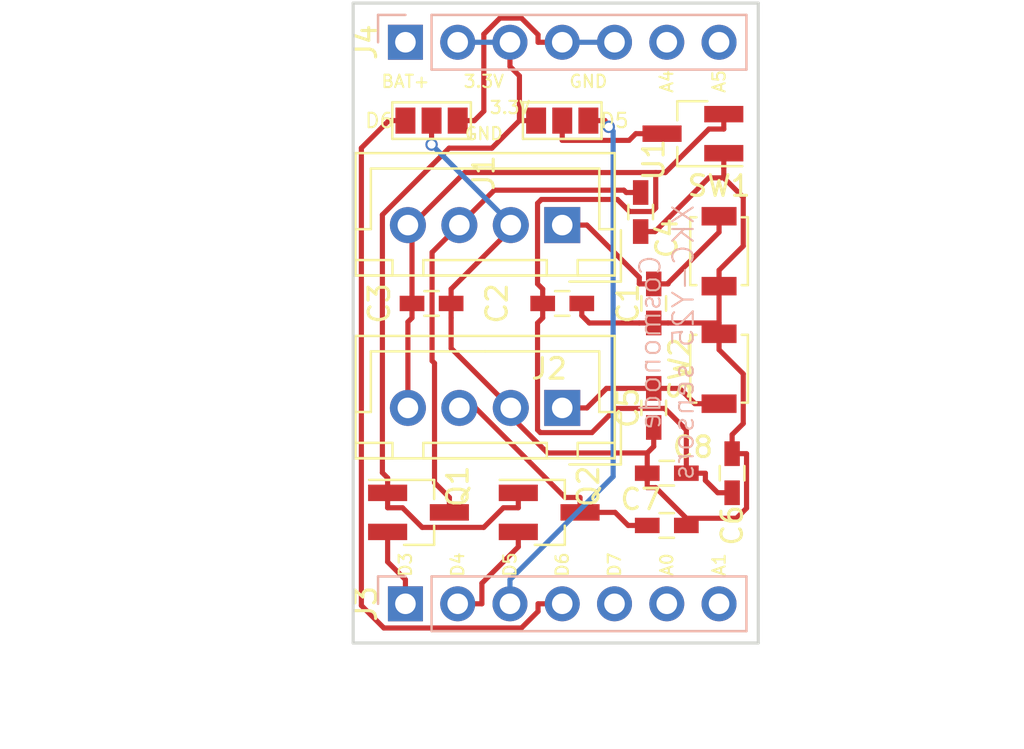
<source format=kicad_pcb>
(kicad_pcb (version 4) (host pcbnew 4.0.7-e1-6374~58~ubuntu16.04.1)

  (general
    (links 38)
    (no_connects 0)
    (area 146.609999 103.429999 166.445001 134.695001)
    (thickness 1.6)
    (drawings 28)
    (tracks 165)
    (zones 0)
    (modules 19)
    (nets 20)
  )

  (page A4)
  (layers
    (0 F.Cu signal)
    (31 B.Cu signal)
    (32 B.Adhes user)
    (33 F.Adhes user)
    (34 B.Paste user)
    (35 F.Paste user)
    (36 B.SilkS user)
    (37 F.SilkS user)
    (38 B.Mask user)
    (39 F.Mask user)
    (40 Dwgs.User user)
    (41 Cmts.User user)
    (42 Eco1.User user)
    (43 Eco2.User user)
    (44 Edge.Cuts user)
    (45 Margin user)
    (46 B.CrtYd user)
    (47 F.CrtYd user)
    (48 B.Fab user)
    (49 F.Fab user)
  )

  (setup
    (last_trace_width 0.25)
    (trace_clearance 0.2)
    (zone_clearance 0.508)
    (zone_45_only yes)
    (trace_min 0.2)
    (segment_width 0.2)
    (edge_width 0.15)
    (via_size 0.6)
    (via_drill 0.4)
    (via_min_size 0.4)
    (via_min_drill 0.3)
    (uvia_size 0.3)
    (uvia_drill 0.1)
    (uvias_allowed no)
    (uvia_min_size 0.2)
    (uvia_min_drill 0.1)
    (pcb_text_width 0.3)
    (pcb_text_size 1.5 1.5)
    (mod_edge_width 0.15)
    (mod_text_size 1 1)
    (mod_text_width 0.15)
    (pad_size 1.524 1.524)
    (pad_drill 0.762)
    (pad_to_mask_clearance 0.2)
    (aux_axis_origin 0 0)
    (visible_elements FFFFFF7F)
    (pcbplotparams
      (layerselection 0x010f0_80000001)
      (usegerberextensions true)
      (excludeedgelayer true)
      (linewidth 0.100000)
      (plotframeref false)
      (viasonmask false)
      (mode 1)
      (useauxorigin false)
      (hpglpennumber 1)
      (hpglpenspeed 20)
      (hpglpendiameter 15)
      (hpglpenoverlay 2)
      (psnegative false)
      (psa4output false)
      (plotreference true)
      (plotvalue true)
      (plotinvisibletext false)
      (padsonsilk false)
      (subtractmaskfromsilk false)
      (outputformat 1)
      (mirror false)
      (drillshape 0)
      (scaleselection 1)
      (outputdirectory /home/ed/Kicad/Cosmonode_ext_02/gerber/))
  )

  (net 0 "")
  (net 1 "Net-(C1-Pad1)")
  (net 2 "Net-(C1-Pad2)")
  (net 3 +5V)
  (net 4 /D3_5V)
  (net 5 "Net-(C5-Pad2)")
  (net 6 /D4_5V)
  (net 7 /D3)
  (net 8 /D4)
  (net 9 /D5)
  (net 10 /D6)
  (net 11 /D7)
  (net 12 /A0)
  (net 13 /A1)
  (net 14 /BAT+)
  (net 15 +3V3)
  (net 16 GND)
  (net 17 /A4)
  (net 18 /A5)
  (net 19 "Net-(J5-Pad2)")

  (net_class Default "Ceci est la Netclass par défaut"
    (clearance 0.2)
    (trace_width 0.25)
    (via_dia 0.6)
    (via_drill 0.4)
    (uvia_dia 0.3)
    (uvia_drill 0.1)
    (add_net +3V3)
    (add_net +5V)
    (add_net /A0)
    (add_net /A1)
    (add_net /A4)
    (add_net /A5)
    (add_net /BAT+)
    (add_net /D3)
    (add_net /D3_5V)
    (add_net /D4)
    (add_net /D4_5V)
    (add_net /D5)
    (add_net /D6)
    (add_net /D7)
    (add_net GND)
    (add_net "Net-(C1-Pad1)")
    (add_net "Net-(C1-Pad2)")
    (add_net "Net-(C5-Pad2)")
    (add_net "Net-(J5-Pad2)")
  )

  (module Capacitors_SMD:C_0603_HandSoldering (layer F.Cu) (tedit 58AA848B) (tstamp 59807550)
    (at 161.29 118.11 90)
    (descr "Capacitor SMD 0603, hand soldering")
    (tags "capacitor 0603")
    (path /598082BB)
    (attr smd)
    (fp_text reference C1 (at 0 -1.25 90) (layer F.SilkS)
      (effects (font (size 1 1) (thickness 0.15)))
    )
    (fp_text value 100nF (at 0 1.5 90) (layer F.Fab)
      (effects (font (size 1 1) (thickness 0.15)))
    )
    (fp_text user %R (at 0 -1.25 90) (layer F.Fab)
      (effects (font (size 1 1) (thickness 0.15)))
    )
    (fp_line (start -0.8 0.4) (end -0.8 -0.4) (layer F.Fab) (width 0.1))
    (fp_line (start 0.8 0.4) (end -0.8 0.4) (layer F.Fab) (width 0.1))
    (fp_line (start 0.8 -0.4) (end 0.8 0.4) (layer F.Fab) (width 0.1))
    (fp_line (start -0.8 -0.4) (end 0.8 -0.4) (layer F.Fab) (width 0.1))
    (fp_line (start -0.35 -0.6) (end 0.35 -0.6) (layer F.SilkS) (width 0.12))
    (fp_line (start 0.35 0.6) (end -0.35 0.6) (layer F.SilkS) (width 0.12))
    (fp_line (start -1.8 -0.65) (end 1.8 -0.65) (layer F.CrtYd) (width 0.05))
    (fp_line (start -1.8 -0.65) (end -1.8 0.65) (layer F.CrtYd) (width 0.05))
    (fp_line (start 1.8 0.65) (end 1.8 -0.65) (layer F.CrtYd) (width 0.05))
    (fp_line (start 1.8 0.65) (end -1.8 0.65) (layer F.CrtYd) (width 0.05))
    (pad 1 smd rect (at -0.95 0 90) (size 1.2 0.75) (layers F.Cu F.Paste F.Mask)
      (net 1 "Net-(C1-Pad1)"))
    (pad 2 smd rect (at 0.95 0 90) (size 1.2 0.75) (layers F.Cu F.Paste F.Mask)
      (net 2 "Net-(C1-Pad2)"))
    (model Capacitors_SMD.3dshapes/C_0603.wrl
      (at (xyz 0 0 0))
      (scale (xyz 1 1 1))
      (rotate (xyz 0 0 0))
    )
  )

  (module Capacitors_SMD:C_0603_HandSoldering (layer F.Cu) (tedit 5980A12A) (tstamp 59807556)
    (at 156.845 118.11)
    (descr "Capacitor SMD 0603, hand soldering")
    (tags "capacitor 0603")
    (path /59808564)
    (attr smd)
    (fp_text reference C2 (at -3.175 0 90) (layer F.SilkS)
      (effects (font (size 1 1) (thickness 0.15)))
    )
    (fp_text value 10uF (at 0 1.5) (layer F.Fab)
      (effects (font (size 1 1) (thickness 0.15)))
    )
    (fp_text user %R (at -3.175 0 90) (layer F.Fab)
      (effects (font (size 1 1) (thickness 0.15)))
    )
    (fp_line (start -0.8 0.4) (end -0.8 -0.4) (layer F.Fab) (width 0.1))
    (fp_line (start 0.8 0.4) (end -0.8 0.4) (layer F.Fab) (width 0.1))
    (fp_line (start 0.8 -0.4) (end 0.8 0.4) (layer F.Fab) (width 0.1))
    (fp_line (start -0.8 -0.4) (end 0.8 -0.4) (layer F.Fab) (width 0.1))
    (fp_line (start -0.35 -0.6) (end 0.35 -0.6) (layer F.SilkS) (width 0.12))
    (fp_line (start 0.35 0.6) (end -0.35 0.6) (layer F.SilkS) (width 0.12))
    (fp_line (start -1.8 -0.65) (end 1.8 -0.65) (layer F.CrtYd) (width 0.05))
    (fp_line (start -1.8 -0.65) (end -1.8 0.65) (layer F.CrtYd) (width 0.05))
    (fp_line (start 1.8 0.65) (end 1.8 -0.65) (layer F.CrtYd) (width 0.05))
    (fp_line (start 1.8 0.65) (end -1.8 0.65) (layer F.CrtYd) (width 0.05))
    (pad 1 smd rect (at -0.95 0) (size 1.2 0.75) (layers F.Cu F.Paste F.Mask)
      (net 3 +5V))
    (pad 2 smd rect (at 0.95 0) (size 1.2 0.75) (layers F.Cu F.Paste F.Mask)
      (net 1 "Net-(C1-Pad1)"))
    (model Capacitors_SMD.3dshapes/C_0603.wrl
      (at (xyz 0 0 0))
      (scale (xyz 1 1 1))
      (rotate (xyz 0 0 0))
    )
  )

  (module Capacitors_SMD:C_0603_HandSoldering (layer F.Cu) (tedit 5980A138) (tstamp 5980755C)
    (at 150.495 118.11)
    (descr "Capacitor SMD 0603, hand soldering")
    (tags "capacitor 0603")
    (path /5980851E)
    (attr smd)
    (fp_text reference C3 (at -2.54 0 90) (layer F.SilkS)
      (effects (font (size 1 1) (thickness 0.15)))
    )
    (fp_text value 100nF (at 0 1.5) (layer F.Fab)
      (effects (font (size 1 1) (thickness 0.15)))
    )
    (fp_text user %R (at -2.54 0 90) (layer F.Fab)
      (effects (font (size 1 1) (thickness 0.15)))
    )
    (fp_line (start -0.8 0.4) (end -0.8 -0.4) (layer F.Fab) (width 0.1))
    (fp_line (start 0.8 0.4) (end -0.8 0.4) (layer F.Fab) (width 0.1))
    (fp_line (start 0.8 -0.4) (end 0.8 0.4) (layer F.Fab) (width 0.1))
    (fp_line (start -0.8 -0.4) (end 0.8 -0.4) (layer F.Fab) (width 0.1))
    (fp_line (start -0.35 -0.6) (end 0.35 -0.6) (layer F.SilkS) (width 0.12))
    (fp_line (start 0.35 0.6) (end -0.35 0.6) (layer F.SilkS) (width 0.12))
    (fp_line (start -1.8 -0.65) (end 1.8 -0.65) (layer F.CrtYd) (width 0.05))
    (fp_line (start -1.8 -0.65) (end -1.8 0.65) (layer F.CrtYd) (width 0.05))
    (fp_line (start 1.8 0.65) (end 1.8 -0.65) (layer F.CrtYd) (width 0.05))
    (fp_line (start 1.8 0.65) (end -1.8 0.65) (layer F.CrtYd) (width 0.05))
    (pad 1 smd rect (at -0.95 0) (size 1.2 0.75) (layers F.Cu F.Paste F.Mask)
      (net 3 +5V))
    (pad 2 smd rect (at 0.95 0) (size 1.2 0.75) (layers F.Cu F.Paste F.Mask)
      (net 1 "Net-(C1-Pad1)"))
    (model Capacitors_SMD.3dshapes/C_0603.wrl
      (at (xyz 0 0 0))
      (scale (xyz 1 1 1))
      (rotate (xyz 0 0 0))
    )
  )

  (module Capacitors_SMD:C_0603_HandSoldering (layer F.Cu) (tedit 59808B30) (tstamp 59807562)
    (at 160.655 113.665 270)
    (descr "Capacitor SMD 0603, hand soldering")
    (tags "capacitor 0603")
    (path /598084E3)
    (attr smd)
    (fp_text reference C4 (at 1.27 -1.27 270) (layer F.SilkS)
      (effects (font (size 1 1) (thickness 0.15)))
    )
    (fp_text value 100nF (at 0 1.5 270) (layer F.Fab)
      (effects (font (size 1 1) (thickness 0.15)))
    )
    (fp_text user %R (at 1.27 -1.27 270) (layer F.Fab)
      (effects (font (size 1 1) (thickness 0.15)))
    )
    (fp_line (start -0.8 0.4) (end -0.8 -0.4) (layer F.Fab) (width 0.1))
    (fp_line (start 0.8 0.4) (end -0.8 0.4) (layer F.Fab) (width 0.1))
    (fp_line (start 0.8 -0.4) (end 0.8 0.4) (layer F.Fab) (width 0.1))
    (fp_line (start -0.8 -0.4) (end 0.8 -0.4) (layer F.Fab) (width 0.1))
    (fp_line (start -0.35 -0.6) (end 0.35 -0.6) (layer F.SilkS) (width 0.12))
    (fp_line (start 0.35 0.6) (end -0.35 0.6) (layer F.SilkS) (width 0.12))
    (fp_line (start -1.8 -0.65) (end 1.8 -0.65) (layer F.CrtYd) (width 0.05))
    (fp_line (start -1.8 -0.65) (end -1.8 0.65) (layer F.CrtYd) (width 0.05))
    (fp_line (start 1.8 0.65) (end 1.8 -0.65) (layer F.CrtYd) (width 0.05))
    (fp_line (start 1.8 0.65) (end -1.8 0.65) (layer F.CrtYd) (width 0.05))
    (pad 1 smd rect (at -0.95 0 270) (size 1.2 0.75) (layers F.Cu F.Paste F.Mask)
      (net 4 /D3_5V))
    (pad 2 smd rect (at 0.95 0 270) (size 1.2 0.75) (layers F.Cu F.Paste F.Mask)
      (net 1 "Net-(C1-Pad1)"))
    (model Capacitors_SMD.3dshapes/C_0603.wrl
      (at (xyz 0 0 0))
      (scale (xyz 1 1 1))
      (rotate (xyz 0 0 0))
    )
  )

  (module Capacitors_SMD:C_0603_HandSoldering (layer F.Cu) (tedit 58AA848B) (tstamp 59807568)
    (at 161.29 123.19 90)
    (descr "Capacitor SMD 0603, hand soldering")
    (tags "capacitor 0603")
    (path /59809B2A)
    (attr smd)
    (fp_text reference C5 (at 0 -1.25 90) (layer F.SilkS)
      (effects (font (size 1 1) (thickness 0.15)))
    )
    (fp_text value 100nF (at 0 1.5 90) (layer F.Fab)
      (effects (font (size 1 1) (thickness 0.15)))
    )
    (fp_text user %R (at 0 -1.25 90) (layer F.Fab)
      (effects (font (size 1 1) (thickness 0.15)))
    )
    (fp_line (start -0.8 0.4) (end -0.8 -0.4) (layer F.Fab) (width 0.1))
    (fp_line (start 0.8 0.4) (end -0.8 0.4) (layer F.Fab) (width 0.1))
    (fp_line (start 0.8 -0.4) (end 0.8 0.4) (layer F.Fab) (width 0.1))
    (fp_line (start -0.8 -0.4) (end 0.8 -0.4) (layer F.Fab) (width 0.1))
    (fp_line (start -0.35 -0.6) (end 0.35 -0.6) (layer F.SilkS) (width 0.12))
    (fp_line (start 0.35 0.6) (end -0.35 0.6) (layer F.SilkS) (width 0.12))
    (fp_line (start -1.8 -0.65) (end 1.8 -0.65) (layer F.CrtYd) (width 0.05))
    (fp_line (start -1.8 -0.65) (end -1.8 0.65) (layer F.CrtYd) (width 0.05))
    (fp_line (start 1.8 0.65) (end 1.8 -0.65) (layer F.CrtYd) (width 0.05))
    (fp_line (start 1.8 0.65) (end -1.8 0.65) (layer F.CrtYd) (width 0.05))
    (pad 1 smd rect (at -0.95 0 90) (size 1.2 0.75) (layers F.Cu F.Paste F.Mask)
      (net 1 "Net-(C1-Pad1)"))
    (pad 2 smd rect (at 0.95 0 90) (size 1.2 0.75) (layers F.Cu F.Paste F.Mask)
      (net 5 "Net-(C5-Pad2)"))
    (model Capacitors_SMD.3dshapes/C_0603.wrl
      (at (xyz 0 0 0))
      (scale (xyz 1 1 1))
      (rotate (xyz 0 0 0))
    )
  )

  (module Capacitors_SMD:C_0603_HandSoldering (layer F.Cu) (tedit 5980A143) (tstamp 5980756E)
    (at 165.1 126.365 90)
    (descr "Capacitor SMD 0603, hand soldering")
    (tags "capacitor 0603")
    (path /59809B3C)
    (attr smd)
    (fp_text reference C6 (at -2.54 0 270) (layer F.SilkS)
      (effects (font (size 1 1) (thickness 0.15)))
    )
    (fp_text value 10uF (at 0 1.5 90) (layer F.Fab)
      (effects (font (size 1 1) (thickness 0.15)))
    )
    (fp_text user %R (at -2.54 0 270) (layer F.Fab)
      (effects (font (size 1 1) (thickness 0.15)))
    )
    (fp_line (start -0.8 0.4) (end -0.8 -0.4) (layer F.Fab) (width 0.1))
    (fp_line (start 0.8 0.4) (end -0.8 0.4) (layer F.Fab) (width 0.1))
    (fp_line (start 0.8 -0.4) (end 0.8 0.4) (layer F.Fab) (width 0.1))
    (fp_line (start -0.8 -0.4) (end 0.8 -0.4) (layer F.Fab) (width 0.1))
    (fp_line (start -0.35 -0.6) (end 0.35 -0.6) (layer F.SilkS) (width 0.12))
    (fp_line (start 0.35 0.6) (end -0.35 0.6) (layer F.SilkS) (width 0.12))
    (fp_line (start -1.8 -0.65) (end 1.8 -0.65) (layer F.CrtYd) (width 0.05))
    (fp_line (start -1.8 -0.65) (end -1.8 0.65) (layer F.CrtYd) (width 0.05))
    (fp_line (start 1.8 0.65) (end 1.8 -0.65) (layer F.CrtYd) (width 0.05))
    (fp_line (start 1.8 0.65) (end -1.8 0.65) (layer F.CrtYd) (width 0.05))
    (pad 1 smd rect (at -0.95 0 90) (size 1.2 0.75) (layers F.Cu F.Paste F.Mask)
      (net 3 +5V))
    (pad 2 smd rect (at 0.95 0 90) (size 1.2 0.75) (layers F.Cu F.Paste F.Mask)
      (net 1 "Net-(C1-Pad1)"))
    (model Capacitors_SMD.3dshapes/C_0603.wrl
      (at (xyz 0 0 0))
      (scale (xyz 1 1 1))
      (rotate (xyz 0 0 0))
    )
  )

  (module Capacitors_SMD:C_0603_HandSoldering (layer F.Cu) (tedit 59807A9D) (tstamp 59807574)
    (at 161.925 126.365 180)
    (descr "Capacitor SMD 0603, hand soldering")
    (tags "capacitor 0603")
    (path /59809B36)
    (attr smd)
    (fp_text reference C7 (at 1.27 -1.27 180) (layer F.SilkS)
      (effects (font (size 1 1) (thickness 0.15)))
    )
    (fp_text value 100nF (at 0 1.5 180) (layer F.Fab)
      (effects (font (size 1 1) (thickness 0.15)))
    )
    (fp_text user %R (at 1.27 -1.27 180) (layer F.Fab)
      (effects (font (size 1 1) (thickness 0.15)))
    )
    (fp_line (start -0.8 0.4) (end -0.8 -0.4) (layer F.Fab) (width 0.1))
    (fp_line (start 0.8 0.4) (end -0.8 0.4) (layer F.Fab) (width 0.1))
    (fp_line (start 0.8 -0.4) (end 0.8 0.4) (layer F.Fab) (width 0.1))
    (fp_line (start -0.8 -0.4) (end 0.8 -0.4) (layer F.Fab) (width 0.1))
    (fp_line (start -0.35 -0.6) (end 0.35 -0.6) (layer F.SilkS) (width 0.12))
    (fp_line (start 0.35 0.6) (end -0.35 0.6) (layer F.SilkS) (width 0.12))
    (fp_line (start -1.8 -0.65) (end 1.8 -0.65) (layer F.CrtYd) (width 0.05))
    (fp_line (start -1.8 -0.65) (end -1.8 0.65) (layer F.CrtYd) (width 0.05))
    (fp_line (start 1.8 0.65) (end 1.8 -0.65) (layer F.CrtYd) (width 0.05))
    (fp_line (start 1.8 0.65) (end -1.8 0.65) (layer F.CrtYd) (width 0.05))
    (pad 1 smd rect (at -0.95 0 180) (size 1.2 0.75) (layers F.Cu F.Paste F.Mask)
      (net 3 +5V))
    (pad 2 smd rect (at 0.95 0 180) (size 1.2 0.75) (layers F.Cu F.Paste F.Mask)
      (net 1 "Net-(C1-Pad1)"))
    (model Capacitors_SMD.3dshapes/C_0603.wrl
      (at (xyz 0 0 0))
      (scale (xyz 1 1 1))
      (rotate (xyz 0 0 0))
    )
  )

  (module Capacitors_SMD:C_0603_HandSoldering (layer F.Cu) (tedit 5980A1A8) (tstamp 5980757A)
    (at 161.925 128.905)
    (descr "Capacitor SMD 0603, hand soldering")
    (tags "capacitor 0603")
    (path /59809B30)
    (attr smd)
    (fp_text reference C8 (at 1.27 -3.81) (layer F.SilkS)
      (effects (font (size 1 1) (thickness 0.15)))
    )
    (fp_text value 100nF (at 0 1.5) (layer F.Fab)
      (effects (font (size 1 1) (thickness 0.15)))
    )
    (fp_text user %R (at 1.27 -3.81) (layer F.Fab)
      (effects (font (size 1 1) (thickness 0.15)))
    )
    (fp_line (start -0.8 0.4) (end -0.8 -0.4) (layer F.Fab) (width 0.1))
    (fp_line (start 0.8 0.4) (end -0.8 0.4) (layer F.Fab) (width 0.1))
    (fp_line (start 0.8 -0.4) (end 0.8 0.4) (layer F.Fab) (width 0.1))
    (fp_line (start -0.8 -0.4) (end 0.8 -0.4) (layer F.Fab) (width 0.1))
    (fp_line (start -0.35 -0.6) (end 0.35 -0.6) (layer F.SilkS) (width 0.12))
    (fp_line (start 0.35 0.6) (end -0.35 0.6) (layer F.SilkS) (width 0.12))
    (fp_line (start -1.8 -0.65) (end 1.8 -0.65) (layer F.CrtYd) (width 0.05))
    (fp_line (start -1.8 -0.65) (end -1.8 0.65) (layer F.CrtYd) (width 0.05))
    (fp_line (start 1.8 0.65) (end 1.8 -0.65) (layer F.CrtYd) (width 0.05))
    (fp_line (start 1.8 0.65) (end -1.8 0.65) (layer F.CrtYd) (width 0.05))
    (pad 1 smd rect (at -0.95 0) (size 1.2 0.75) (layers F.Cu F.Paste F.Mask)
      (net 6 /D4_5V))
    (pad 2 smd rect (at 0.95 0) (size 1.2 0.75) (layers F.Cu F.Paste F.Mask)
      (net 1 "Net-(C1-Pad1)"))
    (model Capacitors_SMD.3dshapes/C_0603.wrl
      (at (xyz 0 0 0))
      (scale (xyz 1 1 1))
      (rotate (xyz 0 0 0))
    )
  )

  (module Connectors_JST:JST_XH_B04B-XH-A_04x2.50mm_Straight (layer F.Cu) (tedit 5980A153) (tstamp 59807582)
    (at 156.845 114.3 180)
    (descr "JST XH series connector, B04B-XH-A, top entry type, through hole")
    (tags "connector jst xh tht top vertical 2.50mm")
    (path /59808268)
    (fp_text reference J1 (at 3.81 2.54 270) (layer F.SilkS)
      (effects (font (size 1 1) (thickness 0.15)))
    )
    (fp_text value CONN_01X04 (at 3.75 4.5 180) (layer F.Fab) hide
      (effects (font (size 1 1) (thickness 0.15)))
    )
    (fp_line (start -2.45 -2.35) (end -2.45 3.4) (layer F.Fab) (width 0.1))
    (fp_line (start -2.45 3.4) (end 9.95 3.4) (layer F.Fab) (width 0.1))
    (fp_line (start 9.95 3.4) (end 9.95 -2.35) (layer F.Fab) (width 0.1))
    (fp_line (start 9.95 -2.35) (end -2.45 -2.35) (layer F.Fab) (width 0.1))
    (fp_line (start -2.95 -2.85) (end -2.95 3.9) (layer F.CrtYd) (width 0.05))
    (fp_line (start -2.95 3.9) (end 10.45 3.9) (layer F.CrtYd) (width 0.05))
    (fp_line (start 10.45 3.9) (end 10.45 -2.85) (layer F.CrtYd) (width 0.05))
    (fp_line (start 10.45 -2.85) (end -2.95 -2.85) (layer F.CrtYd) (width 0.05))
    (fp_line (start -2.55 -2.45) (end -2.55 3.5) (layer F.SilkS) (width 0.12))
    (fp_line (start -2.55 3.5) (end 10.05 3.5) (layer F.SilkS) (width 0.12))
    (fp_line (start 10.05 3.5) (end 10.05 -2.45) (layer F.SilkS) (width 0.12))
    (fp_line (start 10.05 -2.45) (end -2.55 -2.45) (layer F.SilkS) (width 0.12))
    (fp_line (start 0.75 -2.45) (end 0.75 -1.7) (layer F.SilkS) (width 0.12))
    (fp_line (start 0.75 -1.7) (end 6.75 -1.7) (layer F.SilkS) (width 0.12))
    (fp_line (start 6.75 -1.7) (end 6.75 -2.45) (layer F.SilkS) (width 0.12))
    (fp_line (start 6.75 -2.45) (end 0.75 -2.45) (layer F.SilkS) (width 0.12))
    (fp_line (start -2.55 -2.45) (end -2.55 -1.7) (layer F.SilkS) (width 0.12))
    (fp_line (start -2.55 -1.7) (end -0.75 -1.7) (layer F.SilkS) (width 0.12))
    (fp_line (start -0.75 -1.7) (end -0.75 -2.45) (layer F.SilkS) (width 0.12))
    (fp_line (start -0.75 -2.45) (end -2.55 -2.45) (layer F.SilkS) (width 0.12))
    (fp_line (start 8.25 -2.45) (end 8.25 -1.7) (layer F.SilkS) (width 0.12))
    (fp_line (start 8.25 -1.7) (end 10.05 -1.7) (layer F.SilkS) (width 0.12))
    (fp_line (start 10.05 -1.7) (end 10.05 -2.45) (layer F.SilkS) (width 0.12))
    (fp_line (start 10.05 -2.45) (end 8.25 -2.45) (layer F.SilkS) (width 0.12))
    (fp_line (start -2.55 -0.2) (end -1.8 -0.2) (layer F.SilkS) (width 0.12))
    (fp_line (start -1.8 -0.2) (end -1.8 2.75) (layer F.SilkS) (width 0.12))
    (fp_line (start -1.8 2.75) (end 3.75 2.75) (layer F.SilkS) (width 0.12))
    (fp_line (start 10.05 -0.2) (end 9.3 -0.2) (layer F.SilkS) (width 0.12))
    (fp_line (start 9.3 -0.2) (end 9.3 2.75) (layer F.SilkS) (width 0.12))
    (fp_line (start 9.3 2.75) (end 3.75 2.75) (layer F.SilkS) (width 0.12))
    (fp_line (start -0.35 -2.75) (end -2.85 -2.75) (layer F.SilkS) (width 0.12))
    (fp_line (start -2.85 -2.75) (end -2.85 -0.25) (layer F.SilkS) (width 0.12))
    (fp_line (start -0.35 -2.75) (end -2.85 -2.75) (layer F.Fab) (width 0.1))
    (fp_line (start -2.85 -2.75) (end -2.85 -0.25) (layer F.Fab) (width 0.1))
    (fp_text user %R (at 3.81 2.54 270) (layer F.Fab)
      (effects (font (size 1 1) (thickness 0.15)))
    )
    (pad 1 thru_hole rect (at 0 0 180) (size 1.75 1.75) (drill 1) (layers *.Cu *.Mask)
      (net 2 "Net-(C1-Pad2)"))
    (pad 2 thru_hole circle (at 2.5 0 180) (size 1.75 1.75) (drill 1) (layers *.Cu *.Mask)
      (net 1 "Net-(C1-Pad1)"))
    (pad 3 thru_hole circle (at 5 0 180) (size 1.75 1.75) (drill 1) (layers *.Cu *.Mask)
      (net 4 /D3_5V))
    (pad 4 thru_hole circle (at 7.5 0 180) (size 1.75 1.75) (drill 1) (layers *.Cu *.Mask)
      (net 3 +5V))
    (model Connectors_JST.3dshapes/JST_XH_B04B-XH-A_04x2.50mm_Straight.wrl
      (at (xyz 0 0 0))
      (scale (xyz 1 1 1))
      (rotate (xyz 0 0 0))
    )
  )

  (module Connectors_JST:JST_XH_B04B-XH-A_04x2.50mm_Straight (layer F.Cu) (tedit 59807B7A) (tstamp 5980758A)
    (at 156.845 123.19 180)
    (descr "JST XH series connector, B04B-XH-A, top entry type, through hole")
    (tags "connector jst xh tht top vertical 2.50mm")
    (path /59809B24)
    (fp_text reference J2 (at 0.635 1.905 180) (layer F.SilkS)
      (effects (font (size 1 1) (thickness 0.15)))
    )
    (fp_text value CONN_01X04 (at 3.75 4.5 180) (layer F.Fab) hide
      (effects (font (size 1 1) (thickness 0.15)))
    )
    (fp_line (start -2.45 -2.35) (end -2.45 3.4) (layer F.Fab) (width 0.1))
    (fp_line (start -2.45 3.4) (end 9.95 3.4) (layer F.Fab) (width 0.1))
    (fp_line (start 9.95 3.4) (end 9.95 -2.35) (layer F.Fab) (width 0.1))
    (fp_line (start 9.95 -2.35) (end -2.45 -2.35) (layer F.Fab) (width 0.1))
    (fp_line (start -2.95 -2.85) (end -2.95 3.9) (layer F.CrtYd) (width 0.05))
    (fp_line (start -2.95 3.9) (end 10.45 3.9) (layer F.CrtYd) (width 0.05))
    (fp_line (start 10.45 3.9) (end 10.45 -2.85) (layer F.CrtYd) (width 0.05))
    (fp_line (start 10.45 -2.85) (end -2.95 -2.85) (layer F.CrtYd) (width 0.05))
    (fp_line (start -2.55 -2.45) (end -2.55 3.5) (layer F.SilkS) (width 0.12))
    (fp_line (start -2.55 3.5) (end 10.05 3.5) (layer F.SilkS) (width 0.12))
    (fp_line (start 10.05 3.5) (end 10.05 -2.45) (layer F.SilkS) (width 0.12))
    (fp_line (start 10.05 -2.45) (end -2.55 -2.45) (layer F.SilkS) (width 0.12))
    (fp_line (start 0.75 -2.45) (end 0.75 -1.7) (layer F.SilkS) (width 0.12))
    (fp_line (start 0.75 -1.7) (end 6.75 -1.7) (layer F.SilkS) (width 0.12))
    (fp_line (start 6.75 -1.7) (end 6.75 -2.45) (layer F.SilkS) (width 0.12))
    (fp_line (start 6.75 -2.45) (end 0.75 -2.45) (layer F.SilkS) (width 0.12))
    (fp_line (start -2.55 -2.45) (end -2.55 -1.7) (layer F.SilkS) (width 0.12))
    (fp_line (start -2.55 -1.7) (end -0.75 -1.7) (layer F.SilkS) (width 0.12))
    (fp_line (start -0.75 -1.7) (end -0.75 -2.45) (layer F.SilkS) (width 0.12))
    (fp_line (start -0.75 -2.45) (end -2.55 -2.45) (layer F.SilkS) (width 0.12))
    (fp_line (start 8.25 -2.45) (end 8.25 -1.7) (layer F.SilkS) (width 0.12))
    (fp_line (start 8.25 -1.7) (end 10.05 -1.7) (layer F.SilkS) (width 0.12))
    (fp_line (start 10.05 -1.7) (end 10.05 -2.45) (layer F.SilkS) (width 0.12))
    (fp_line (start 10.05 -2.45) (end 8.25 -2.45) (layer F.SilkS) (width 0.12))
    (fp_line (start -2.55 -0.2) (end -1.8 -0.2) (layer F.SilkS) (width 0.12))
    (fp_line (start -1.8 -0.2) (end -1.8 2.75) (layer F.SilkS) (width 0.12))
    (fp_line (start -1.8 2.75) (end 3.75 2.75) (layer F.SilkS) (width 0.12))
    (fp_line (start 10.05 -0.2) (end 9.3 -0.2) (layer F.SilkS) (width 0.12))
    (fp_line (start 9.3 -0.2) (end 9.3 2.75) (layer F.SilkS) (width 0.12))
    (fp_line (start 9.3 2.75) (end 3.75 2.75) (layer F.SilkS) (width 0.12))
    (fp_line (start -0.35 -2.75) (end -2.85 -2.75) (layer F.SilkS) (width 0.12))
    (fp_line (start -2.85 -2.75) (end -2.85 -0.25) (layer F.SilkS) (width 0.12))
    (fp_line (start -0.35 -2.75) (end -2.85 -2.75) (layer F.Fab) (width 0.1))
    (fp_line (start -2.85 -2.75) (end -2.85 -0.25) (layer F.Fab) (width 0.1))
    (fp_text user %R (at 0.635 1.905 180) (layer F.Fab)
      (effects (font (size 1 1) (thickness 0.15)))
    )
    (pad 1 thru_hole rect (at 0 0 180) (size 1.75 1.75) (drill 1) (layers *.Cu *.Mask)
      (net 5 "Net-(C5-Pad2)"))
    (pad 2 thru_hole circle (at 2.5 0 180) (size 1.75 1.75) (drill 1) (layers *.Cu *.Mask)
      (net 1 "Net-(C1-Pad1)"))
    (pad 3 thru_hole circle (at 5 0 180) (size 1.75 1.75) (drill 1) (layers *.Cu *.Mask)
      (net 6 /D4_5V))
    (pad 4 thru_hole circle (at 7.5 0 180) (size 1.75 1.75) (drill 1) (layers *.Cu *.Mask)
      (net 3 +5V))
    (model Connectors_JST.3dshapes/JST_XH_B04B-XH-A_04x2.50mm_Straight.wrl
      (at (xyz 0 0 0))
      (scale (xyz 1 1 1))
      (rotate (xyz 0 0 0))
    )
  )

  (module Pin_Headers:Pin_Header_Straight_1x07_Pitch2.54mm (layer B.Cu) (tedit 5980A18B) (tstamp 59807595)
    (at 149.225 132.715 270)
    (descr "Through hole straight pin header, 1x07, 2.54mm pitch, single row")
    (tags "Through hole pin header THT 1x07 2.54mm single row")
    (path /598047BC)
    (fp_text reference J3 (at 0 1.905 270) (layer F.SilkS)
      (effects (font (size 1 1) (thickness 0.15)))
    )
    (fp_text value CONN_01X07 (at 0 -17.57 270) (layer B.Fab) hide
      (effects (font (size 1 1) (thickness 0.15)) (justify mirror))
    )
    (fp_line (start -0.635 1.27) (end 1.27 1.27) (layer B.Fab) (width 0.1))
    (fp_line (start 1.27 1.27) (end 1.27 -16.51) (layer B.Fab) (width 0.1))
    (fp_line (start 1.27 -16.51) (end -1.27 -16.51) (layer B.Fab) (width 0.1))
    (fp_line (start -1.27 -16.51) (end -1.27 0.635) (layer B.Fab) (width 0.1))
    (fp_line (start -1.27 0.635) (end -0.635 1.27) (layer B.Fab) (width 0.1))
    (fp_line (start -1.33 -16.57) (end 1.33 -16.57) (layer B.SilkS) (width 0.12))
    (fp_line (start -1.33 -1.27) (end -1.33 -16.57) (layer B.SilkS) (width 0.12))
    (fp_line (start 1.33 -1.27) (end 1.33 -16.57) (layer B.SilkS) (width 0.12))
    (fp_line (start -1.33 -1.27) (end 1.33 -1.27) (layer B.SilkS) (width 0.12))
    (fp_line (start -1.33 0) (end -1.33 1.33) (layer B.SilkS) (width 0.12))
    (fp_line (start -1.33 1.33) (end 0 1.33) (layer B.SilkS) (width 0.12))
    (fp_line (start -1.8 1.8) (end -1.8 -17.05) (layer B.CrtYd) (width 0.05))
    (fp_line (start -1.8 -17.05) (end 1.8 -17.05) (layer B.CrtYd) (width 0.05))
    (fp_line (start 1.8 -17.05) (end 1.8 1.8) (layer B.CrtYd) (width 0.05))
    (fp_line (start 1.8 1.8) (end -1.8 1.8) (layer B.CrtYd) (width 0.05))
    (fp_text user %R (at 0 -7.62 540) (layer B.Fab)
      (effects (font (size 1 1) (thickness 0.15)) (justify mirror))
    )
    (pad 1 thru_hole rect (at 0 0 270) (size 1.7 1.7) (drill 1) (layers *.Cu *.Mask)
      (net 7 /D3))
    (pad 2 thru_hole oval (at 0 -2.54 270) (size 1.7 1.7) (drill 1) (layers *.Cu *.Mask)
      (net 8 /D4))
    (pad 3 thru_hole oval (at 0 -5.08 270) (size 1.7 1.7) (drill 1) (layers *.Cu *.Mask)
      (net 9 /D5))
    (pad 4 thru_hole oval (at 0 -7.62 270) (size 1.7 1.7) (drill 1) (layers *.Cu *.Mask)
      (net 10 /D6))
    (pad 5 thru_hole oval (at 0 -10.16 270) (size 1.7 1.7) (drill 1) (layers *.Cu *.Mask)
      (net 11 /D7))
    (pad 6 thru_hole oval (at 0 -12.7 270) (size 1.7 1.7) (drill 1) (layers *.Cu *.Mask)
      (net 12 /A0))
    (pad 7 thru_hole oval (at 0 -15.24 270) (size 1.7 1.7) (drill 1) (layers *.Cu *.Mask)
      (net 13 /A1))
    (model ${KISYS3DMOD}/Pin_Headers.3dshapes/Pin_Header_Straight_1x07_Pitch2.54mm.wrl
      (at (xyz 0 0 0))
      (scale (xyz 1 1 1))
      (rotate (xyz 0 0 0))
    )
  )

  (module Pin_Headers:Pin_Header_Straight_1x07_Pitch2.54mm (layer B.Cu) (tedit 5980A17C) (tstamp 598075A0)
    (at 149.225 105.41 270)
    (descr "Through hole straight pin header, 1x07, 2.54mm pitch, single row")
    (tags "Through hole pin header THT 1x07 2.54mm single row")
    (path /598047EF)
    (fp_text reference J4 (at 0 1.905 270) (layer F.SilkS)
      (effects (font (size 1 1) (thickness 0.15)))
    )
    (fp_text value CONN_01X07 (at 0 -17.57 270) (layer B.Fab) hide
      (effects (font (size 1 1) (thickness 0.15)) (justify mirror))
    )
    (fp_line (start -0.635 1.27) (end 1.27 1.27) (layer B.Fab) (width 0.1))
    (fp_line (start 1.27 1.27) (end 1.27 -16.51) (layer B.Fab) (width 0.1))
    (fp_line (start 1.27 -16.51) (end -1.27 -16.51) (layer B.Fab) (width 0.1))
    (fp_line (start -1.27 -16.51) (end -1.27 0.635) (layer B.Fab) (width 0.1))
    (fp_line (start -1.27 0.635) (end -0.635 1.27) (layer B.Fab) (width 0.1))
    (fp_line (start -1.33 -16.57) (end 1.33 -16.57) (layer B.SilkS) (width 0.12))
    (fp_line (start -1.33 -1.27) (end -1.33 -16.57) (layer B.SilkS) (width 0.12))
    (fp_line (start 1.33 -1.27) (end 1.33 -16.57) (layer B.SilkS) (width 0.12))
    (fp_line (start -1.33 -1.27) (end 1.33 -1.27) (layer B.SilkS) (width 0.12))
    (fp_line (start -1.33 0) (end -1.33 1.33) (layer B.SilkS) (width 0.12))
    (fp_line (start -1.33 1.33) (end 0 1.33) (layer B.SilkS) (width 0.12))
    (fp_line (start -1.8 1.8) (end -1.8 -17.05) (layer B.CrtYd) (width 0.05))
    (fp_line (start -1.8 -17.05) (end 1.8 -17.05) (layer B.CrtYd) (width 0.05))
    (fp_line (start 1.8 -17.05) (end 1.8 1.8) (layer B.CrtYd) (width 0.05))
    (fp_line (start 1.8 1.8) (end -1.8 1.8) (layer B.CrtYd) (width 0.05))
    (fp_text user %R (at 0 -7.62 540) (layer B.Fab)
      (effects (font (size 1 1) (thickness 0.15)) (justify mirror))
    )
    (pad 1 thru_hole rect (at 0 0 270) (size 1.7 1.7) (drill 1) (layers *.Cu *.Mask)
      (net 14 /BAT+))
    (pad 2 thru_hole oval (at 0 -2.54 270) (size 1.7 1.7) (drill 1) (layers *.Cu *.Mask)
      (net 15 +3V3))
    (pad 3 thru_hole oval (at 0 -5.08 270) (size 1.7 1.7) (drill 1) (layers *.Cu *.Mask)
      (net 15 +3V3))
    (pad 4 thru_hole oval (at 0 -7.62 270) (size 1.7 1.7) (drill 1) (layers *.Cu *.Mask)
      (net 16 GND))
    (pad 5 thru_hole oval (at 0 -10.16 270) (size 1.7 1.7) (drill 1) (layers *.Cu *.Mask)
      (net 16 GND))
    (pad 6 thru_hole oval (at 0 -12.7 270) (size 1.7 1.7) (drill 1) (layers *.Cu *.Mask)
      (net 17 /A4))
    (pad 7 thru_hole oval (at 0 -15.24 270) (size 1.7 1.7) (drill 1) (layers *.Cu *.Mask)
      (net 18 /A5))
    (model ${KISYS3DMOD}/Pin_Headers.3dshapes/Pin_Header_Straight_1x07_Pitch2.54mm.wrl
      (at (xyz 0 0 0))
      (scale (xyz 1 1 1))
      (rotate (xyz 0 0 0))
    )
  )

  (module Connectors:GS3 (layer F.Cu) (tedit 59807B6B) (tstamp 598075A7)
    (at 156.845 109.22 270)
    (descr "3-pin solder bridge")
    (tags "solder bridge")
    (path /5980D5B2)
    (attr smd)
    (fp_text reference J5 (at -1.7 0 360) (layer F.SilkS) hide
      (effects (font (size 1 1) (thickness 0.15)))
    )
    (fp_text value GS3 (at 1.8 0 360) (layer F.Fab) hide
      (effects (font (size 1 1) (thickness 0.15)))
    )
    (fp_line (start -1.15 -2.15) (end 1.15 -2.15) (layer F.CrtYd) (width 0.05))
    (fp_line (start 1.15 -2.15) (end 1.15 2.15) (layer F.CrtYd) (width 0.05))
    (fp_line (start 1.15 2.15) (end -1.15 2.15) (layer F.CrtYd) (width 0.05))
    (fp_line (start -1.15 2.15) (end -1.15 -2.15) (layer F.CrtYd) (width 0.05))
    (fp_line (start -0.89 -1.91) (end -0.89 1.91) (layer F.SilkS) (width 0.12))
    (fp_line (start -0.89 1.91) (end 0.89 1.91) (layer F.SilkS) (width 0.12))
    (fp_line (start 0.89 1.91) (end 0.89 -1.91) (layer F.SilkS) (width 0.12))
    (fp_line (start -0.89 -1.91) (end 0.89 -1.91) (layer F.SilkS) (width 0.12))
    (pad 1 smd rect (at 0 -1.27 270) (size 1.27 0.97) (layers F.Cu F.Paste F.Mask)
      (net 9 /D5))
    (pad 2 smd rect (at 0 0 270) (size 1.27 0.97) (layers F.Cu F.Paste F.Mask)
      (net 19 "Net-(J5-Pad2)"))
    (pad 3 smd rect (at 0 1.27 270) (size 1.27 0.97) (layers F.Cu F.Paste F.Mask)
      (net 15 +3V3))
  )

  (module Connectors:GS3 (layer F.Cu) (tedit 59807B64) (tstamp 598075AE)
    (at 150.495 109.22 90)
    (descr "3-pin solder bridge")
    (tags "solder bridge")
    (path /5980CC8F)
    (attr smd)
    (fp_text reference J6 (at -3.175 0 180) (layer F.SilkS) hide
      (effects (font (size 1 1) (thickness 0.15)))
    )
    (fp_text value GS3 (at 1.8 0 180) (layer F.Fab) hide
      (effects (font (size 1 1) (thickness 0.15)))
    )
    (fp_line (start -1.15 -2.15) (end 1.15 -2.15) (layer F.CrtYd) (width 0.05))
    (fp_line (start 1.15 -2.15) (end 1.15 2.15) (layer F.CrtYd) (width 0.05))
    (fp_line (start 1.15 2.15) (end -1.15 2.15) (layer F.CrtYd) (width 0.05))
    (fp_line (start -1.15 2.15) (end -1.15 -2.15) (layer F.CrtYd) (width 0.05))
    (fp_line (start -0.89 -1.91) (end -0.89 1.91) (layer F.SilkS) (width 0.12))
    (fp_line (start -0.89 1.91) (end 0.89 1.91) (layer F.SilkS) (width 0.12))
    (fp_line (start 0.89 1.91) (end 0.89 -1.91) (layer F.SilkS) (width 0.12))
    (fp_line (start -0.89 -1.91) (end 0.89 -1.91) (layer F.SilkS) (width 0.12))
    (pad 1 smd rect (at 0 -1.27 90) (size 1.27 0.97) (layers F.Cu F.Paste F.Mask)
      (net 10 /D6))
    (pad 2 smd rect (at 0 0 90) (size 1.27 0.97) (layers F.Cu F.Paste F.Mask)
      (net 1 "Net-(C1-Pad1)"))
    (pad 3 smd rect (at 0 1.27 90) (size 1.27 0.97) (layers F.Cu F.Paste F.Mask)
      (net 16 GND))
  )

  (module TO_SOT_Packages_SMD:SOT-23_Handsoldering (layer F.Cu) (tedit 5980A14C) (tstamp 598075B5)
    (at 149.86 128.27)
    (descr "SOT-23, Handsoldering")
    (tags SOT-23)
    (path /5980A68A)
    (attr smd)
    (fp_text reference Q1 (at 1.905 -1.27 90) (layer F.SilkS)
      (effects (font (size 1 1) (thickness 0.15)))
    )
    (fp_text value BSS138 (at 0 2.5) (layer F.Fab) hide
      (effects (font (size 1 1) (thickness 0.15)))
    )
    (fp_text user %R (at 0 0 90) (layer F.Fab)
      (effects (font (size 0.5 0.5) (thickness 0.075)))
    )
    (fp_line (start 0.76 1.58) (end 0.76 0.65) (layer F.SilkS) (width 0.12))
    (fp_line (start 0.76 -1.58) (end 0.76 -0.65) (layer F.SilkS) (width 0.12))
    (fp_line (start -2.7 -1.75) (end 2.7 -1.75) (layer F.CrtYd) (width 0.05))
    (fp_line (start 2.7 -1.75) (end 2.7 1.75) (layer F.CrtYd) (width 0.05))
    (fp_line (start 2.7 1.75) (end -2.7 1.75) (layer F.CrtYd) (width 0.05))
    (fp_line (start -2.7 1.75) (end -2.7 -1.75) (layer F.CrtYd) (width 0.05))
    (fp_line (start 0.76 -1.58) (end -2.4 -1.58) (layer F.SilkS) (width 0.12))
    (fp_line (start -0.7 -0.95) (end -0.7 1.5) (layer F.Fab) (width 0.1))
    (fp_line (start -0.15 -1.52) (end 0.7 -1.52) (layer F.Fab) (width 0.1))
    (fp_line (start -0.7 -0.95) (end -0.15 -1.52) (layer F.Fab) (width 0.1))
    (fp_line (start 0.7 -1.52) (end 0.7 1.52) (layer F.Fab) (width 0.1))
    (fp_line (start -0.7 1.52) (end 0.7 1.52) (layer F.Fab) (width 0.1))
    (fp_line (start 0.76 1.58) (end -0.7 1.58) (layer F.SilkS) (width 0.12))
    (pad 1 smd rect (at -1.5 -0.95) (size 1.9 0.8) (layers F.Cu F.Paste F.Mask)
      (net 15 +3V3))
    (pad 2 smd rect (at -1.5 0.95) (size 1.9 0.8) (layers F.Cu F.Paste F.Mask)
      (net 7 /D3))
    (pad 3 smd rect (at 1.5 0) (size 1.9 0.8) (layers F.Cu F.Paste F.Mask)
      (net 4 /D3_5V))
    (model ${KISYS3DMOD}/TO_SOT_Packages_SMD.3dshapes\SOT-23.wrl
      (at (xyz 0 0 0))
      (scale (xyz 1 1 1))
      (rotate (xyz 0 0 0))
    )
  )

  (module TO_SOT_Packages_SMD:SOT-23_Handsoldering (layer F.Cu) (tedit 5980A14A) (tstamp 598075BC)
    (at 156.21 128.27)
    (descr "SOT-23, Handsoldering")
    (tags SOT-23)
    (path /5980A745)
    (attr smd)
    (fp_text reference Q2 (at 1.905 -1.27 90) (layer F.SilkS)
      (effects (font (size 1 1) (thickness 0.15)))
    )
    (fp_text value BSS138 (at 0 2.5) (layer F.Fab) hide
      (effects (font (size 1 1) (thickness 0.15)))
    )
    (fp_text user %R (at 0 0 90) (layer F.Fab)
      (effects (font (size 0.5 0.5) (thickness 0.075)))
    )
    (fp_line (start 0.76 1.58) (end 0.76 0.65) (layer F.SilkS) (width 0.12))
    (fp_line (start 0.76 -1.58) (end 0.76 -0.65) (layer F.SilkS) (width 0.12))
    (fp_line (start -2.7 -1.75) (end 2.7 -1.75) (layer F.CrtYd) (width 0.05))
    (fp_line (start 2.7 -1.75) (end 2.7 1.75) (layer F.CrtYd) (width 0.05))
    (fp_line (start 2.7 1.75) (end -2.7 1.75) (layer F.CrtYd) (width 0.05))
    (fp_line (start -2.7 1.75) (end -2.7 -1.75) (layer F.CrtYd) (width 0.05))
    (fp_line (start 0.76 -1.58) (end -2.4 -1.58) (layer F.SilkS) (width 0.12))
    (fp_line (start -0.7 -0.95) (end -0.7 1.5) (layer F.Fab) (width 0.1))
    (fp_line (start -0.15 -1.52) (end 0.7 -1.52) (layer F.Fab) (width 0.1))
    (fp_line (start -0.7 -0.95) (end -0.15 -1.52) (layer F.Fab) (width 0.1))
    (fp_line (start 0.7 -1.52) (end 0.7 1.52) (layer F.Fab) (width 0.1))
    (fp_line (start -0.7 1.52) (end 0.7 1.52) (layer F.Fab) (width 0.1))
    (fp_line (start 0.76 1.58) (end -0.7 1.58) (layer F.SilkS) (width 0.12))
    (pad 1 smd rect (at -1.5 -0.95) (size 1.9 0.8) (layers F.Cu F.Paste F.Mask)
      (net 15 +3V3))
    (pad 2 smd rect (at -1.5 0.95) (size 1.9 0.8) (layers F.Cu F.Paste F.Mask)
      (net 8 /D4))
    (pad 3 smd rect (at 1.5 0) (size 1.9 0.8) (layers F.Cu F.Paste F.Mask)
      (net 6 /D4_5V))
    (model ${KISYS3DMOD}/TO_SOT_Packages_SMD.3dshapes\SOT-23.wrl
      (at (xyz 0 0 0))
      (scale (xyz 1 1 1))
      (rotate (xyz 0 0 0))
    )
  )

  (module TO_SOT_Packages_SMD:SOT-23_Handsoldering (layer F.Cu) (tedit 5980A192) (tstamp 598075D3)
    (at 163.195 109.855 180)
    (descr "SOT-23, Handsoldering")
    (tags SOT-23)
    (path /5980A599)
    (attr smd)
    (fp_text reference U1 (at 1.905 -1.27 270) (layer F.SilkS)
      (effects (font (size 1 1) (thickness 0.15)))
    )
    (fp_text value XC6206P502MR (at 0 2.5 180) (layer F.Fab) hide
      (effects (font (size 1 1) (thickness 0.15)))
    )
    (fp_text user %R (at 0 0 270) (layer F.Fab)
      (effects (font (size 0.5 0.5) (thickness 0.075)))
    )
    (fp_line (start 0.76 1.58) (end 0.76 0.65) (layer F.SilkS) (width 0.12))
    (fp_line (start 0.76 -1.58) (end 0.76 -0.65) (layer F.SilkS) (width 0.12))
    (fp_line (start -2.7 -1.75) (end 2.7 -1.75) (layer F.CrtYd) (width 0.05))
    (fp_line (start 2.7 -1.75) (end 2.7 1.75) (layer F.CrtYd) (width 0.05))
    (fp_line (start 2.7 1.75) (end -2.7 1.75) (layer F.CrtYd) (width 0.05))
    (fp_line (start -2.7 1.75) (end -2.7 -1.75) (layer F.CrtYd) (width 0.05))
    (fp_line (start 0.76 -1.58) (end -2.4 -1.58) (layer F.SilkS) (width 0.12))
    (fp_line (start -0.7 -0.95) (end -0.7 1.5) (layer F.Fab) (width 0.1))
    (fp_line (start -0.15 -1.52) (end 0.7 -1.52) (layer F.Fab) (width 0.1))
    (fp_line (start -0.7 -0.95) (end -0.15 -1.52) (layer F.Fab) (width 0.1))
    (fp_line (start 0.7 -1.52) (end 0.7 1.52) (layer F.Fab) (width 0.1))
    (fp_line (start -0.7 1.52) (end 0.7 1.52) (layer F.Fab) (width 0.1))
    (fp_line (start 0.76 1.58) (end -0.7 1.58) (layer F.SilkS) (width 0.12))
    (pad 1 smd rect (at -1.5 -0.95 180) (size 1.9 0.8) (layers F.Cu F.Paste F.Mask)
      (net 1 "Net-(C1-Pad1)"))
    (pad 2 smd rect (at -1.5 0.95 180) (size 1.9 0.8) (layers F.Cu F.Paste F.Mask)
      (net 3 +5V))
    (pad 3 smd rect (at 1.5 0 180) (size 1.9 0.8) (layers F.Cu F.Paste F.Mask)
      (net 19 "Net-(J5-Pad2)"))
    (model ${KISYS3DMOD}/TO_SOT_Packages_SMD.3dshapes\SOT-23.wrl
      (at (xyz 0 0 0))
      (scale (xyz 1 1 1))
      (rotate (xyz 0 0 0))
    )
  )

  (module Buttons_Switches_SMD:SW_SPST_B3U-1000P (layer F.Cu) (tedit 59808A49) (tstamp 59807833)
    (at 164.465 115.57 270)
    (descr "Ultra-small-sized Tactile Switch with High Contact Reliability, Top-actuated Model, without Ground Terminal, without Boss")
    (tags "Tactile Switch")
    (path /59808B9E)
    (attr smd)
    (fp_text reference SW1 (at -3.175 0 360) (layer F.SilkS)
      (effects (font (size 1 1) (thickness 0.15)))
    )
    (fp_text value SW_Push (at 0 2.5 270) (layer F.Fab) hide
      (effects (font (size 1 1) (thickness 0.15)))
    )
    (fp_text user %R (at -3.175 0 360) (layer F.Fab)
      (effects (font (size 1 1) (thickness 0.15)))
    )
    (fp_line (start -2.4 1.65) (end 2.4 1.65) (layer F.CrtYd) (width 0.05))
    (fp_line (start 2.4 1.65) (end 2.4 -1.65) (layer F.CrtYd) (width 0.05))
    (fp_line (start 2.4 -1.65) (end -2.4 -1.65) (layer F.CrtYd) (width 0.05))
    (fp_line (start -2.4 -1.65) (end -2.4 1.65) (layer F.CrtYd) (width 0.05))
    (fp_line (start -1.65 1.1) (end -1.65 1.4) (layer F.SilkS) (width 0.12))
    (fp_line (start -1.65 1.4) (end 1.65 1.4) (layer F.SilkS) (width 0.12))
    (fp_line (start 1.65 1.4) (end 1.65 1.1) (layer F.SilkS) (width 0.12))
    (fp_line (start -1.65 -1.1) (end -1.65 -1.4) (layer F.SilkS) (width 0.12))
    (fp_line (start -1.65 -1.4) (end 1.65 -1.4) (layer F.SilkS) (width 0.12))
    (fp_line (start 1.65 -1.4) (end 1.65 -1.1) (layer F.SilkS) (width 0.12))
    (fp_line (start -1.5 -1.25) (end 1.5 -1.25) (layer F.Fab) (width 0.1))
    (fp_line (start 1.5 -1.25) (end 1.5 1.25) (layer F.Fab) (width 0.1))
    (fp_line (start 1.5 1.25) (end -1.5 1.25) (layer F.Fab) (width 0.1))
    (fp_line (start -1.5 1.25) (end -1.5 -1.25) (layer F.Fab) (width 0.1))
    (fp_circle (center 0 0) (end 0.75 0) (layer F.Fab) (width 0.1))
    (pad 1 smd rect (at -1.7 0 270) (size 0.9 1.7) (layers F.Cu F.Paste F.Mask)
      (net 2 "Net-(C1-Pad2)"))
    (pad 2 smd rect (at 1.7 0 270) (size 0.9 1.7) (layers F.Cu F.Paste F.Mask)
      (net 1 "Net-(C1-Pad1)"))
    (model ${KISYS3DMOD}/Buttons_Switches_SMD.3dshapes/SW_SPST_B3U-1000P.wrl
      (at (xyz 0 0 0))
      (scale (xyz 1 1 1))
      (rotate (xyz 0 0 0))
    )
  )

  (module Buttons_Switches_SMD:SW_SPST_B3U-1000P (layer F.Cu) (tedit 5980A107) (tstamp 59807839)
    (at 164.465 121.285 90)
    (descr "Ultra-small-sized Tactile Switch with High Contact Reliability, Top-actuated Model, without Ground Terminal, without Boss")
    (tags "Tactile Switch")
    (path /59809B42)
    (attr smd)
    (fp_text reference SW2 (at 0 -1.905 90) (layer F.SilkS)
      (effects (font (size 1 1) (thickness 0.15)))
    )
    (fp_text value SW_Push (at 0 2.5 90) (layer F.Fab) hide
      (effects (font (size 1 1) (thickness 0.15)))
    )
    (fp_text user %R (at 0 -1.905 90) (layer F.Fab)
      (effects (font (size 1 1) (thickness 0.15)))
    )
    (fp_line (start -2.4 1.65) (end 2.4 1.65) (layer F.CrtYd) (width 0.05))
    (fp_line (start 2.4 1.65) (end 2.4 -1.65) (layer F.CrtYd) (width 0.05))
    (fp_line (start 2.4 -1.65) (end -2.4 -1.65) (layer F.CrtYd) (width 0.05))
    (fp_line (start -2.4 -1.65) (end -2.4 1.65) (layer F.CrtYd) (width 0.05))
    (fp_line (start -1.65 1.1) (end -1.65 1.4) (layer F.SilkS) (width 0.12))
    (fp_line (start -1.65 1.4) (end 1.65 1.4) (layer F.SilkS) (width 0.12))
    (fp_line (start 1.65 1.4) (end 1.65 1.1) (layer F.SilkS) (width 0.12))
    (fp_line (start -1.65 -1.1) (end -1.65 -1.4) (layer F.SilkS) (width 0.12))
    (fp_line (start -1.65 -1.4) (end 1.65 -1.4) (layer F.SilkS) (width 0.12))
    (fp_line (start 1.65 -1.4) (end 1.65 -1.1) (layer F.SilkS) (width 0.12))
    (fp_line (start -1.5 -1.25) (end 1.5 -1.25) (layer F.Fab) (width 0.1))
    (fp_line (start 1.5 -1.25) (end 1.5 1.25) (layer F.Fab) (width 0.1))
    (fp_line (start 1.5 1.25) (end -1.5 1.25) (layer F.Fab) (width 0.1))
    (fp_line (start -1.5 1.25) (end -1.5 -1.25) (layer F.Fab) (width 0.1))
    (fp_circle (center 0 0) (end 0.75 0) (layer F.Fab) (width 0.1))
    (pad 1 smd rect (at -1.7 0 90) (size 0.9 1.7) (layers F.Cu F.Paste F.Mask)
      (net 5 "Net-(C5-Pad2)"))
    (pad 2 smd rect (at 1.7 0 90) (size 0.9 1.7) (layers F.Cu F.Paste F.Mask)
      (net 1 "Net-(C1-Pad1)"))
    (model ${KISYS3DMOD}/Buttons_Switches_SMD.3dshapes/SW_SPST_B3U-1000P.wrl
      (at (xyz 0 0 0))
      (scale (xyz 1 1 1))
      (rotate (xyz 0 0 0))
    )
  )

  (gr_text "Cosmonode\nXKC-Y25 sensors" (at 161.925 120.015 90) (layer B.SilkS)
    (effects (font (size 1 1) (thickness 0.1)) (justify mirror))
  )
  (dimension 13.335 (width 0.3) (layer B.Mask)
    (gr_text "13,335 mm" (at 153.3525 137.24) (layer B.Mask)
      (effects (font (size 1.5 1.5) (thickness 0.3)))
    )
    (feature1 (pts (xy 146.685 134.62) (xy 146.685 138.59)))
    (feature2 (pts (xy 160.02 134.62) (xy 160.02 138.59)))
    (crossbar (pts (xy 160.02 135.89) (xy 146.685 135.89)))
    (arrow1a (pts (xy 146.685 135.89) (xy 147.811504 135.303579)))
    (arrow1b (pts (xy 146.685 135.89) (xy 147.811504 136.476421)))
    (arrow2a (pts (xy 160.02 135.89) (xy 158.893496 135.303579)))
    (arrow2b (pts (xy 160.02 135.89) (xy 158.893496 136.476421)))
  )
  (dimension 8.89 (width 0.3) (layer B.Mask)
    (gr_text "8,890 mm" (at 135.81 130.175 90) (layer B.Mask)
      (effects (font (size 1.5 1.5) (thickness 0.3)))
    )
    (feature1 (pts (xy 146.685 125.73) (xy 134.46 125.73)))
    (feature2 (pts (xy 146.685 134.62) (xy 134.46 134.62)))
    (crossbar (pts (xy 137.16 134.62) (xy 137.16 125.73)))
    (arrow1a (pts (xy 137.16 125.73) (xy 137.746421 126.856504)))
    (arrow1b (pts (xy 137.16 125.73) (xy 136.573579 126.856504)))
    (arrow2a (pts (xy 137.16 134.62) (xy 137.746421 133.493496)))
    (arrow2b (pts (xy 137.16 134.62) (xy 136.573579 133.493496)))
  )
  (dimension 2.54 (width 0.3) (layer B.Mask)
    (gr_text "2,540 mm" (at 136.445 118.11 90) (layer B.Mask)
      (effects (font (size 1.5 1.5) (thickness 0.3)))
    )
    (feature1 (pts (xy 146.685 116.84) (xy 135.095 116.84)))
    (feature2 (pts (xy 146.685 119.38) (xy 135.095 119.38)))
    (crossbar (pts (xy 137.795 119.38) (xy 137.795 116.84)))
    (arrow1a (pts (xy 137.795 116.84) (xy 138.381421 117.966504)))
    (arrow1b (pts (xy 137.795 116.84) (xy 137.208579 117.966504)))
    (arrow2a (pts (xy 137.795 119.38) (xy 138.381421 118.253496)))
    (arrow2b (pts (xy 137.795 119.38) (xy 137.208579 118.253496)))
  )
  (dimension 6.35 (width 0.3) (layer B.Mask)
    (gr_text "6,350 mm" (at 142.16 113.665 90) (layer B.Mask)
      (effects (font (size 1.5 1.5) (thickness 0.3)))
    )
    (feature1 (pts (xy 146.685 110.49) (xy 140.81 110.49)))
    (feature2 (pts (xy 146.685 116.84) (xy 140.81 116.84)))
    (crossbar (pts (xy 143.51 116.84) (xy 143.51 110.49)))
    (arrow1a (pts (xy 143.51 110.49) (xy 144.096421 111.616504)))
    (arrow1b (pts (xy 143.51 110.49) (xy 142.923579 111.616504)))
    (arrow2a (pts (xy 143.51 116.84) (xy 144.096421 115.713496)))
    (arrow2b (pts (xy 143.51 116.84) (xy 142.923579 115.713496)))
  )
  (dimension 6.985 (width 0.3) (layer B.Mask)
    (gr_text "6,985 mm" (at 138.985 106.9975 90) (layer B.Mask)
      (effects (font (size 1.5 1.5) (thickness 0.3)))
    )
    (feature1 (pts (xy 146.685 103.505) (xy 137.635 103.505)))
    (feature2 (pts (xy 146.685 110.49) (xy 137.635 110.49)))
    (crossbar (pts (xy 140.335 110.49) (xy 140.335 103.505)))
    (arrow1a (pts (xy 140.335 103.505) (xy 140.921421 104.631504)))
    (arrow1b (pts (xy 140.335 103.505) (xy 139.748579 104.631504)))
    (arrow2a (pts (xy 140.335 110.49) (xy 140.921421 109.363496)))
    (arrow2b (pts (xy 140.335 110.49) (xy 139.748579 109.363496)))
  )
  (gr_text BAT+ (at 149.225 107.315) (layer F.SilkS)
    (effects (font (size 0.6 0.6) (thickness 0.1)))
  )
  (gr_text 3.3V (at 153.035 107.315) (layer F.SilkS)
    (effects (font (size 0.6 0.6) (thickness 0.1)))
  )
  (gr_text "GND\n" (at 158.115 107.315) (layer F.SilkS)
    (effects (font (size 0.6 0.6) (thickness 0.1)))
  )
  (gr_text A4 (at 161.925 107.315 90) (layer F.SilkS)
    (effects (font (size 0.6 0.6) (thickness 0.1)))
  )
  (gr_text A5 (at 164.465 107.315 90) (layer F.SilkS)
    (effects (font (size 0.6 0.6) (thickness 0.1)))
  )
  (gr_text A1 (at 164.465 130.81 90) (layer F.SilkS)
    (effects (font (size 0.6 0.6) (thickness 0.1)))
  )
  (gr_text A0 (at 161.925 130.81 90) (layer F.SilkS)
    (effects (font (size 0.6 0.6) (thickness 0.1)))
  )
  (gr_text "D7\n" (at 159.385 130.81 90) (layer F.SilkS)
    (effects (font (size 0.6 0.6) (thickness 0.1)))
  )
  (gr_text "D6\n" (at 156.845 130.81 90) (layer F.SilkS)
    (effects (font (size 0.6 0.6) (thickness 0.1)))
  )
  (gr_text "D5\n" (at 154.305 130.81 90) (layer F.SilkS)
    (effects (font (size 0.6 0.6) (thickness 0.1)))
  )
  (gr_text D4 (at 151.765 130.81 90) (layer F.SilkS)
    (effects (font (size 0.6 0.6) (thickness 0.1)))
  )
  (gr_text D3 (at 149.225 130.81 90) (layer F.SilkS)
    (effects (font (size 0.6 0.6) (thickness 0.1)))
  )
  (gr_text 3.3V (at 154.305 108.585) (layer F.SilkS)
    (effects (font (size 0.6 0.6) (thickness 0.1)))
  )
  (gr_text GND (at 153.035 109.855) (layer F.SilkS)
    (effects (font (size 0.6 0.6) (thickness 0.1)))
  )
  (gr_text D6 (at 147.955 109.22) (layer F.SilkS)
    (effects (font (size 0.7 0.7) (thickness 0.1)))
  )
  (gr_text D5 (at 159.385 109.22) (layer F.SilkS)
    (effects (font (size 0.7 0.7) (thickness 0.1)))
  )
  (gr_line (start 146.685 103.505) (end 166.37 103.505) (angle 90) (layer Edge.Cuts) (width 0.15))
  (gr_line (start 146.685 134.62) (end 146.685 103.505) (angle 90) (layer Edge.Cuts) (width 0.15))
  (gr_line (start 166.37 134.62) (end 146.685 134.62) (angle 90) (layer Edge.Cuts) (width 0.15))
  (gr_line (start 166.37 103.505) (end 166.37 134.62) (angle 90) (layer Edge.Cuts) (width 0.15))
  (dimension 19.685 (width 0.3) (layer B.Mask)
    (gr_text "19,685 mm" (at 156.5275 140.415) (layer B.Mask)
      (effects (font (size 1.5 1.5) (thickness 0.3)))
    )
    (feature1 (pts (xy 146.685 134.62) (xy 146.685 141.765)))
    (feature2 (pts (xy 166.37 134.62) (xy 166.37 141.765)))
    (crossbar (pts (xy 166.37 139.065) (xy 146.685 139.065)))
    (arrow1a (pts (xy 146.685 139.065) (xy 147.811504 138.478579)))
    (arrow1b (pts (xy 146.685 139.065) (xy 147.811504 139.651421)))
    (arrow2a (pts (xy 166.37 139.065) (xy 165.243496 138.478579)))
    (arrow2b (pts (xy 166.37 139.065) (xy 165.243496 139.651421)))
  )
  (dimension 31.115 (width 0.3) (layer B.Mask)
    (gr_text "31,115 mm" (at 176.61 119.0625 270) (layer B.Mask)
      (effects (font (size 1.5 1.5) (thickness 0.3)))
    )
    (feature1 (pts (xy 166.37 134.62) (xy 177.96 134.62)))
    (feature2 (pts (xy 166.37 103.505) (xy 177.96 103.505)))
    (crossbar (pts (xy 175.26 103.505) (xy 175.26 134.62)))
    (arrow1a (pts (xy 175.26 134.62) (xy 174.673579 133.493496)))
    (arrow1b (pts (xy 175.26 134.62) (xy 175.846421 133.493496)))
    (arrow2a (pts (xy 175.26 103.505) (xy 174.673579 104.631504)))
    (arrow2b (pts (xy 175.26 103.505) (xy 175.846421 104.631504)))
  )

  (via (at 150.495 110.3838) (size 0.6) (layers F.Cu B.Cu) (net 1))
  (segment (start 161.29 119.06) (end 161.9903 119.06) (width 0.25) (layer F.Cu) (net 1))
  (segment (start 164.465 119.06) (end 161.9903 119.06) (width 0.25) (layer F.Cu) (net 1))
  (segment (start 161.29 119.06) (end 160.5897 119.06) (width 0.25) (layer F.Cu) (net 1))
  (segment (start 164.695 110.805) (end 164.695 111.5303) (width 0.25) (layer F.Cu) (net 1))
  (segment (start 164.465 119.06) (end 164.465 117.27) (width 0.25) (layer F.Cu) (net 1))
  (segment (start 164.465 117.27) (end 164.465 116.4947) (width 0.25) (layer F.Cu) (net 1))
  (segment (start 160.655 114.615) (end 161.3553 114.615) (width 0.25) (layer F.Cu) (net 1))
  (segment (start 164.695 112.003) (end 164.695 111.5303) (width 0.25) (layer F.Cu) (net 1))
  (segment (start 165.6404 112.9484) (end 164.695 112.003) (width 0.25) (layer F.Cu) (net 1))
  (segment (start 165.6404 115.3193) (end 165.6404 112.9484) (width 0.25) (layer F.Cu) (net 1))
  (segment (start 164.465 116.4947) (end 165.6404 115.3193) (width 0.25) (layer F.Cu) (net 1))
  (segment (start 163.9673 112.003) (end 161.3553 114.615) (width 0.25) (layer F.Cu) (net 1))
  (segment (start 164.695 112.003) (end 163.9673 112.003) (width 0.25) (layer F.Cu) (net 1))
  (segment (start 165.1 125.415) (end 165.1 124.4897) (width 0.25) (layer F.Cu) (net 1))
  (segment (start 164.465 119.585) (end 164.465 119.06) (width 0.25) (layer F.Cu) (net 1))
  (segment (start 165.6404 123.9493) (end 165.1 124.4897) (width 0.25) (layer F.Cu) (net 1))
  (segment (start 165.6404 121.5357) (end 165.6404 123.9493) (width 0.25) (layer F.Cu) (net 1))
  (segment (start 164.465 120.3603) (end 165.6404 121.5357) (width 0.25) (layer F.Cu) (net 1))
  (segment (start 164.465 119.585) (end 164.465 120.3603) (width 0.25) (layer F.Cu) (net 1))
  (segment (start 162.875 128.905) (end 162.875 128.5548) (width 0.25) (layer F.Cu) (net 1))
  (segment (start 165.1 125.415) (end 165.8003 125.415) (width 0.25) (layer F.Cu) (net 1))
  (segment (start 150.495 110.3838) (end 150.495 109.22) (width 0.25) (layer F.Cu) (net 1))
  (segment (start 154.345 114.2338) (end 154.345 114.3) (width 0.25) (layer B.Cu) (net 1))
  (segment (start 150.495 110.3838) (end 154.345 114.2338) (width 0.25) (layer B.Cu) (net 1))
  (segment (start 165.312 128.5548) (end 162.875 128.5548) (width 0.25) (layer F.Cu) (net 1))
  (segment (start 165.8003 128.0665) (end 165.312 128.5548) (width 0.25) (layer F.Cu) (net 1))
  (segment (start 165.8003 125.415) (end 165.8003 128.0665) (width 0.25) (layer F.Cu) (net 1))
  (segment (start 161.3855 127.0653) (end 160.975 127.0653) (width 0.25) (layer F.Cu) (net 1))
  (segment (start 162.875 128.5548) (end 161.3855 127.0653) (width 0.25) (layer F.Cu) (net 1))
  (segment (start 157.795 118.11) (end 157.795 118.6977) (width 0.25) (layer F.Cu) (net 1))
  (segment (start 158.1573 119.06) (end 160.5897 119.06) (width 0.25) (layer F.Cu) (net 1))
  (segment (start 157.795 118.6977) (end 158.1573 119.06) (width 0.25) (layer F.Cu) (net 1))
  (segment (start 154.345 114.5097) (end 151.445 117.4097) (width 0.25) (layer F.Cu) (net 1))
  (segment (start 154.345 114.3) (end 154.345 114.5097) (width 0.25) (layer F.Cu) (net 1))
  (segment (start 151.445 118.11) (end 151.445 117.4097) (width 0.25) (layer F.Cu) (net 1))
  (segment (start 160.975 126.7151) (end 160.975 127.0653) (width 0.25) (layer F.Cu) (net 1))
  (segment (start 160.975 126.7151) (end 160.975 126.365) (width 0.25) (layer F.Cu) (net 1))
  (segment (start 161.29 124.14) (end 161.29 125.0653) (width 0.25) (layer F.Cu) (net 1))
  (segment (start 160.975 126.365) (end 160.975 125.3803) (width 0.25) (layer F.Cu) (net 1))
  (segment (start 160.975 125.3803) (end 161.29 125.0653) (width 0.25) (layer F.Cu) (net 1))
  (segment (start 151.445 118.11) (end 151.445 118.8103) (width 0.25) (layer F.Cu) (net 1))
  (segment (start 151.445 120.29) (end 154.345 123.19) (width 0.25) (layer F.Cu) (net 1))
  (segment (start 151.445 118.8103) (end 151.445 120.29) (width 0.25) (layer F.Cu) (net 1))
  (segment (start 156.1286 125.3803) (end 160.975 125.3803) (width 0.25) (layer F.Cu) (net 1))
  (segment (start 154.345 123.5967) (end 156.1286 125.3803) (width 0.25) (layer F.Cu) (net 1))
  (segment (start 154.345 123.19) (end 154.345 123.5967) (width 0.25) (layer F.Cu) (net 1))
  (segment (start 160.5897 116.8444) (end 158.0453 114.3) (width 0.25) (layer F.Cu) (net 2))
  (segment (start 160.5897 117.16) (end 160.5897 116.8444) (width 0.25) (layer F.Cu) (net 2))
  (segment (start 156.845 114.3) (end 158.0453 114.3) (width 0.25) (layer F.Cu) (net 2))
  (segment (start 161.29 117.16) (end 160.5897 117.16) (width 0.25) (layer F.Cu) (net 2))
  (segment (start 161.9903 117.12) (end 161.9903 117.16) (width 0.25) (layer F.Cu) (net 2))
  (segment (start 164.465 114.6453) (end 161.9903 117.12) (width 0.25) (layer F.Cu) (net 2))
  (segment (start 164.465 113.87) (end 164.465 114.6453) (width 0.25) (layer F.Cu) (net 2))
  (segment (start 161.29 117.16) (end 161.9903 117.16) (width 0.25) (layer F.Cu) (net 2))
  (segment (start 165.1 127.315) (end 164.3997 127.315) (width 0.25) (layer F.Cu) (net 3))
  (segment (start 163.8003 126.7156) (end 164.3997 127.315) (width 0.25) (layer F.Cu) (net 3))
  (segment (start 163.8003 126.365) (end 163.8003 126.7156) (width 0.25) (layer F.Cu) (net 3))
  (segment (start 162.875 126.365) (end 163.8003 126.365) (width 0.25) (layer F.Cu) (net 3))
  (segment (start 149.345 119.0103) (end 149.345 123.19) (width 0.25) (layer F.Cu) (net 3))
  (segment (start 149.545 118.8103) (end 149.345 119.0103) (width 0.25) (layer F.Cu) (net 3))
  (segment (start 149.545 118.11) (end 149.545 118.8103) (width 0.25) (layer F.Cu) (net 3))
  (segment (start 162.875 124.265) (end 162.875 126.365) (width 0.25) (layer F.Cu) (net 3))
  (segment (start 161.8246 123.2146) (end 162.875 124.265) (width 0.25) (layer F.Cu) (net 3))
  (segment (start 159.4643 123.2146) (end 161.8246 123.2146) (width 0.25) (layer F.Cu) (net 3))
  (segment (start 158.2885 124.3904) (end 159.4643 123.2146) (width 0.25) (layer F.Cu) (net 3))
  (segment (start 155.7806 124.3904) (end 158.2885 124.3904) (width 0.25) (layer F.Cu) (net 3))
  (segment (start 155.6446 124.2544) (end 155.7806 124.3904) (width 0.25) (layer F.Cu) (net 3))
  (segment (start 155.6446 119.0607) (end 155.6446 124.2544) (width 0.25) (layer F.Cu) (net 3))
  (segment (start 155.895 118.8103) (end 155.6446 119.0607) (width 0.25) (layer F.Cu) (net 3))
  (segment (start 155.895 118.11) (end 155.895 118.8103) (width 0.25) (layer F.Cu) (net 3))
  (segment (start 164.695 108.905) (end 164.695 109.6303) (width 0.25) (layer F.Cu) (net 3))
  (segment (start 155.895 118.11) (end 155.895 117.4097) (width 0.25) (layer F.Cu) (net 3))
  (segment (start 155.6446 117.1593) (end 155.895 117.4097) (width 0.25) (layer F.Cu) (net 3))
  (segment (start 155.6446 113.2413) (end 155.6446 117.1593) (width 0.25) (layer F.Cu) (net 3))
  (segment (start 155.8332 113.0527) (end 155.6446 113.2413) (width 0.25) (layer F.Cu) (net 3))
  (segment (start 159.5247 113.0527) (end 155.8332 113.0527) (width 0.25) (layer F.Cu) (net 3))
  (segment (start 160.1124 113.6404) (end 159.5247 113.0527) (width 0.25) (layer F.Cu) (net 3))
  (segment (start 161.2202 113.6404) (end 160.1124 113.6404) (width 0.25) (layer F.Cu) (net 3))
  (segment (start 161.3872 113.4734) (end 161.2202 113.6404) (width 0.25) (layer F.Cu) (net 3))
  (segment (start 161.3872 111.7452) (end 161.3872 113.4734) (width 0.25) (layer F.Cu) (net 3))
  (segment (start 161.8548 111.7452) (end 161.3872 111.7452) (width 0.25) (layer F.Cu) (net 3))
  (segment (start 163.9697 109.6303) (end 161.8548 111.7452) (width 0.25) (layer F.Cu) (net 3))
  (segment (start 164.695 109.6303) (end 163.9697 109.6303) (width 0.25) (layer F.Cu) (net 3))
  (segment (start 149.545 114.3) (end 149.345 114.3) (width 0.25) (layer F.Cu) (net 3))
  (segment (start 152.0998 111.7452) (end 149.545 114.3) (width 0.25) (layer F.Cu) (net 3))
  (segment (start 161.3872 111.7452) (end 152.0998 111.7452) (width 0.25) (layer F.Cu) (net 3))
  (segment (start 149.545 114.3) (end 149.545 118.11) (width 0.25) (layer F.Cu) (net 3))
  (segment (start 151.36 128.27) (end 151.36 127.5447) (width 0.25) (layer F.Cu) (net 4))
  (segment (start 150.6387 126.8234) (end 151.36 127.5447) (width 0.25) (layer F.Cu) (net 4))
  (segment (start 150.6387 121.0171) (end 150.6387 126.8234) (width 0.25) (layer F.Cu) (net 4))
  (segment (start 150.5196 120.898) (end 150.6387 121.0171) (width 0.25) (layer F.Cu) (net 4))
  (segment (start 150.5196 115.6254) (end 150.5196 120.898) (width 0.25) (layer F.Cu) (net 4))
  (segment (start 151.845 114.3) (end 150.5196 115.6254) (width 0.25) (layer F.Cu) (net 4))
  (segment (start 153.5426 112.6024) (end 151.845 114.3) (width 0.25) (layer F.Cu) (net 4))
  (segment (start 159.8421 112.6024) (end 153.5426 112.6024) (width 0.25) (layer F.Cu) (net 4))
  (segment (start 159.9547 112.715) (end 159.8421 112.6024) (width 0.25) (layer F.Cu) (net 4))
  (segment (start 160.655 112.715) (end 159.9547 112.715) (width 0.25) (layer F.Cu) (net 4))
  (segment (start 164.465 122.985) (end 163.2897 122.985) (width 0.25) (layer F.Cu) (net 5))
  (segment (start 162.5447 122.24) (end 161.29 122.24) (width 0.25) (layer F.Cu) (net 5))
  (segment (start 163.2897 122.985) (end 162.5447 122.24) (width 0.25) (layer F.Cu) (net 5))
  (segment (start 158.9953 122.24) (end 158.0453 123.19) (width 0.25) (layer F.Cu) (net 5))
  (segment (start 161.29 122.24) (end 158.9953 122.24) (width 0.25) (layer F.Cu) (net 5))
  (segment (start 156.845 123.19) (end 158.0453 123.19) (width 0.25) (layer F.Cu) (net 5))
  (segment (start 160.975 128.905) (end 160.0497 128.905) (width 0.25) (layer F.Cu) (net 6))
  (segment (start 159.4147 128.27) (end 157.71 128.27) (width 0.25) (layer F.Cu) (net 6))
  (segment (start 160.0497 128.905) (end 159.4147 128.27) (width 0.25) (layer F.Cu) (net 6))
  (segment (start 157.71 128.27) (end 157.71 127.5447) (width 0.25) (layer F.Cu) (net 6))
  (segment (start 156.9847 127.5447) (end 157.71 127.5447) (width 0.25) (layer F.Cu) (net 6))
  (segment (start 152.63 123.19) (end 156.9847 127.5447) (width 0.25) (layer F.Cu) (net 6))
  (segment (start 151.845 123.19) (end 152.63 123.19) (width 0.25) (layer F.Cu) (net 6))
  (segment (start 148.36 130.6747) (end 149.225 131.5397) (width 0.25) (layer F.Cu) (net 7))
  (segment (start 148.36 129.22) (end 148.36 130.6747) (width 0.25) (layer F.Cu) (net 7))
  (segment (start 149.225 132.715) (end 149.225 131.5397) (width 0.25) (layer F.Cu) (net 7))
  (segment (start 152.9403 131.715) (end 152.9403 132.715) (width 0.25) (layer F.Cu) (net 8))
  (segment (start 154.71 129.9453) (end 152.9403 131.715) (width 0.25) (layer F.Cu) (net 8))
  (segment (start 154.71 129.22) (end 154.71 129.9453) (width 0.25) (layer F.Cu) (net 8))
  (segment (start 151.765 132.715) (end 152.9403 132.715) (width 0.25) (layer F.Cu) (net 8))
  (via (at 159.1064 109.5227) (size 0.6) (layers F.Cu B.Cu) (net 9))
  (segment (start 158.9253 109.3416) (end 159.1064 109.5227) (width 0.25) (layer F.Cu) (net 9))
  (segment (start 158.9253 109.22) (end 158.9253 109.3416) (width 0.25) (layer F.Cu) (net 9))
  (segment (start 154.305 132.715) (end 154.305 131.5397) (width 0.25) (layer B.Cu) (net 9))
  (segment (start 158.115 109.22) (end 158.9253 109.22) (width 0.25) (layer F.Cu) (net 9))
  (segment (start 159.3182 109.7345) (end 159.1064 109.5227) (width 0.25) (layer B.Cu) (net 9))
  (segment (start 159.3182 126.5265) (end 159.3182 109.7345) (width 0.25) (layer B.Cu) (net 9))
  (segment (start 154.305 131.5397) (end 159.3182 126.5265) (width 0.25) (layer B.Cu) (net 9))
  (segment (start 155.6697 133.0824) (end 155.6697 132.715) (width 0.25) (layer F.Cu) (net 10))
  (segment (start 154.8618 133.8903) (end 155.6697 133.0824) (width 0.25) (layer F.Cu) (net 10))
  (segment (start 148.1774 133.8903) (end 154.8618 133.8903) (width 0.25) (layer F.Cu) (net 10))
  (segment (start 147.0846 132.7975) (end 148.1774 133.8903) (width 0.25) (layer F.Cu) (net 10))
  (segment (start 147.0846 110.5501) (end 147.0846 132.7975) (width 0.25) (layer F.Cu) (net 10))
  (segment (start 148.4147 109.22) (end 147.0846 110.5501) (width 0.25) (layer F.Cu) (net 10))
  (segment (start 149.225 109.22) (end 148.4147 109.22) (width 0.25) (layer F.Cu) (net 10))
  (segment (start 156.845 132.715) (end 155.6697 132.715) (width 0.25) (layer F.Cu) (net 10))
  (segment (start 155.575 109.22) (end 154.7647 109.22) (width 0.25) (layer F.Cu) (net 15))
  (segment (start 154.305 105.41) (end 154.305 106.5853) (width 0.25) (layer F.Cu) (net 15))
  (segment (start 154.305 105.41) (end 151.765 105.41) (width 0.25) (layer B.Cu) (net 15))
  (segment (start 154.7647 107.045) (end 154.305 106.5853) (width 0.25) (layer F.Cu) (net 15))
  (segment (start 154.7647 109.22) (end 154.7647 107.045) (width 0.25) (layer F.Cu) (net 15))
  (segment (start 148.36 127.32) (end 148.36 126.5947) (width 0.25) (layer F.Cu) (net 15))
  (segment (start 149.0853 128.0453) (end 148.36 128.0453) (width 0.25) (layer F.Cu) (net 15))
  (segment (start 150.0394 128.9994) (end 149.0853 128.0453) (width 0.25) (layer F.Cu) (net 15))
  (segment (start 153.0306 128.9994) (end 150.0394 128.9994) (width 0.25) (layer F.Cu) (net 15))
  (segment (start 153.9847 128.0453) (end 153.0306 128.9994) (width 0.25) (layer F.Cu) (net 15))
  (segment (start 154.71 128.0453) (end 153.9847 128.0453) (width 0.25) (layer F.Cu) (net 15))
  (segment (start 154.71 127.32) (end 154.71 128.0453) (width 0.25) (layer F.Cu) (net 15))
  (segment (start 148.36 127.32) (end 148.36 128.0453) (width 0.25) (layer F.Cu) (net 15))
  (segment (start 148.1052 126.3399) (end 148.36 126.5947) (width 0.25) (layer F.Cu) (net 15))
  (segment (start 148.1052 113.7991) (end 148.1052 126.3399) (width 0.25) (layer F.Cu) (net 15))
  (segment (start 151.3457 110.5586) (end 148.1052 113.7991) (width 0.25) (layer F.Cu) (net 15))
  (segment (start 153.4261 110.5586) (end 151.3457 110.5586) (width 0.25) (layer F.Cu) (net 15))
  (segment (start 154.7647 109.22) (end 153.4261 110.5586) (width 0.25) (layer F.Cu) (net 15))
  (segment (start 159.385 105.41) (end 156.845 105.41) (width 0.25) (layer B.Cu) (net 16))
  (segment (start 155.6697 105.0426) (end 155.6697 105.41) (width 0.25) (layer F.Cu) (net 16))
  (segment (start 154.8618 104.2347) (end 155.6697 105.0426) (width 0.25) (layer F.Cu) (net 16))
  (segment (start 153.8179 104.2347) (end 154.8618 104.2347) (width 0.25) (layer F.Cu) (net 16))
  (segment (start 153.035 105.0176) (end 153.8179 104.2347) (width 0.25) (layer F.Cu) (net 16))
  (segment (start 153.035 108.7603) (end 153.035 105.0176) (width 0.25) (layer F.Cu) (net 16))
  (segment (start 152.5753 109.22) (end 153.035 108.7603) (width 0.25) (layer F.Cu) (net 16))
  (segment (start 151.765 109.22) (end 152.5753 109.22) (width 0.25) (layer F.Cu) (net 16))
  (segment (start 156.845 105.41) (end 155.6697 105.41) (width 0.25) (layer F.Cu) (net 16))
  (segment (start 160.0944 110.1803) (end 156.845 110.1803) (width 0.25) (layer F.Cu) (net 19))
  (segment (start 160.4197 109.855) (end 160.0944 110.1803) (width 0.25) (layer F.Cu) (net 19))
  (segment (start 161.695 109.855) (end 160.4197 109.855) (width 0.25) (layer F.Cu) (net 19))
  (segment (start 156.845 109.22) (end 156.845 110.1803) (width 0.25) (layer F.Cu) (net 19))

)

</source>
